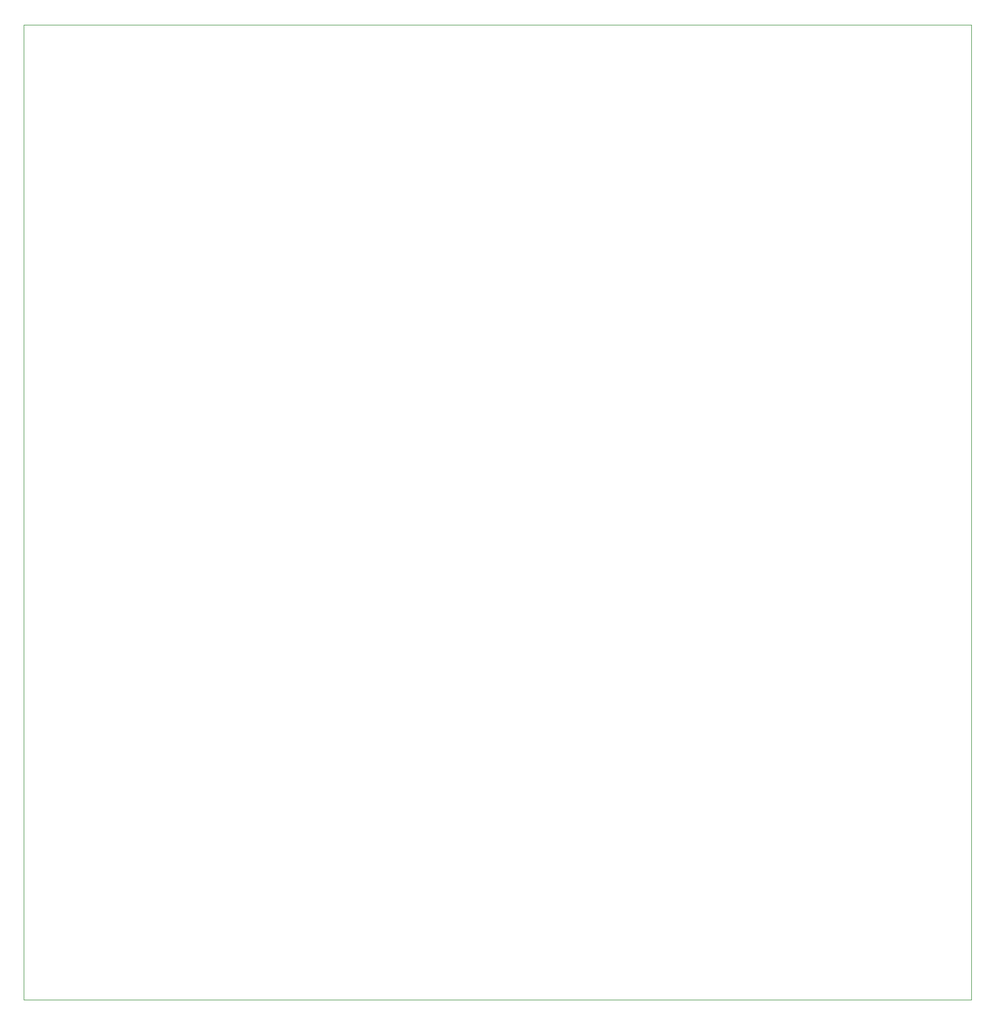
<source format=gbr>
%TF.GenerationSoftware,KiCad,Pcbnew,8.0.7*%
%TF.CreationDate,2025-03-06T08:49:03-05:00*%
%TF.ProjectId,BuckConverter,4275636b-436f-46e7-9665-727465722e6b,rev?*%
%TF.SameCoordinates,Original*%
%TF.FileFunction,Paste,Bot*%
%TF.FilePolarity,Positive*%
%FSLAX46Y46*%
G04 Gerber Fmt 4.6, Leading zero omitted, Abs format (unit mm)*
G04 Created by KiCad (PCBNEW 8.0.7) date 2025-03-06 08:49:03*
%MOMM*%
%LPD*%
G01*
G04 APERTURE LIST*
%TA.AperFunction,Profile*%
%ADD10C,0.050000*%
%TD*%
G04 APERTURE END LIST*
D10*
X18034000Y-35306000D02*
X163576000Y-35306000D01*
X163576000Y-184912000D01*
X18034000Y-184912000D01*
X18034000Y-35306000D01*
M02*

</source>
